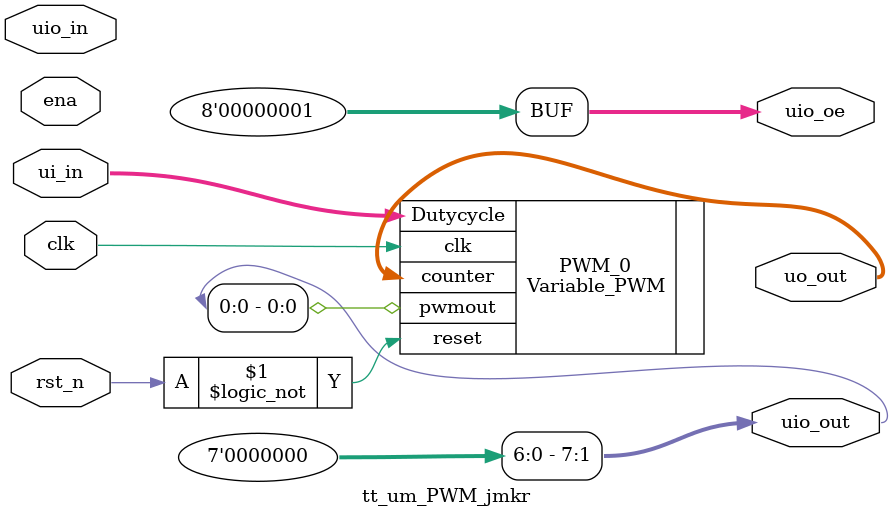
<source format=v>
/*
 * Copyright (c) 2024 Your Name
 * SPDX-License-Identifier: Apache-2.0
 */

`default_nettype none
`timescale 1ns/1ps

module tt_um_PWM_jmkr (
    input  wire [7:0] ui_in,    // Dedicated inputs
    output wire [7:0] uo_out,   // Dedicated outputs
    input  wire [7:0] uio_in,   // IOs: Input path
    output wire [7:0] uio_out,  // IOs: Output path
    output wire [7:0] uio_oe,   // IOs: Enable path (active high: 0=input, 1=output)
    input  wire       ena,      // always 1 when the design is powered, so you can ignore it
    input  wire       clk,      // clock
    input  wire       rst_n     // reset_n - low to reset
);

assign uio_oe  = 1; //birectional pins set to output
Variable_PWM PWM_0(.Dutycycle(ui_in),.clk(clk), .reset(!rst_n), .counter(uo_out), .pwmout(uio_out[0]));
  // All output pins must be assigned. If not used, assign to 0.
  assign uio_out[7:1] = 0;
  

  // List all unused inputs to prevent warnings
 // wire _unused = &{ena, clk, rst_n, 1'b0};

endmodule

</source>
